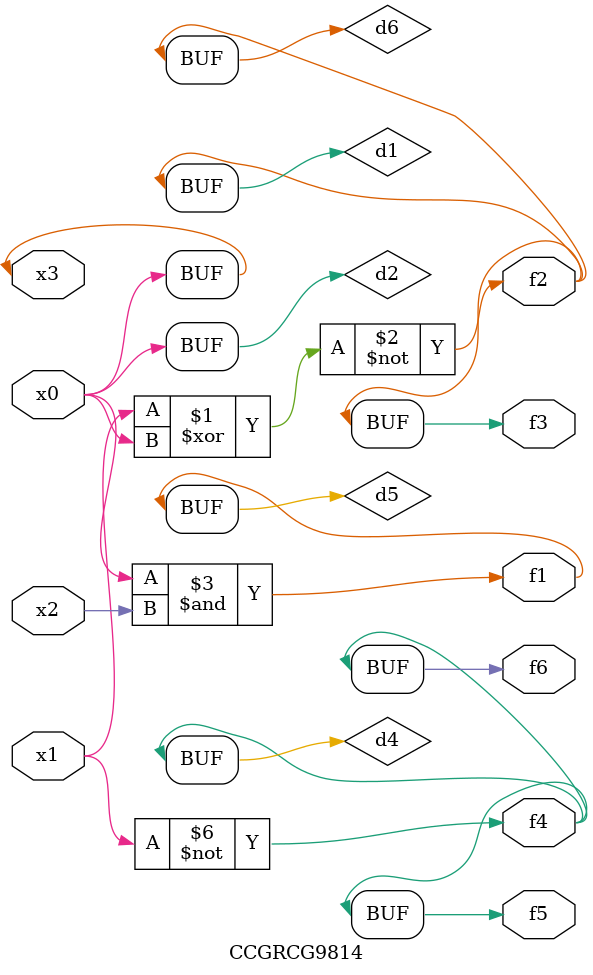
<source format=v>
module CCGRCG9814(
	input x0, x1, x2, x3,
	output f1, f2, f3, f4, f5, f6
);

	wire d1, d2, d3, d4, d5, d6;

	xnor (d1, x1, x3);
	buf (d2, x0, x3);
	nand (d3, x0, x2);
	not (d4, x1);
	nand (d5, d3);
	or (d6, d1);
	assign f1 = d5;
	assign f2 = d6;
	assign f3 = d6;
	assign f4 = d4;
	assign f5 = d4;
	assign f6 = d4;
endmodule

</source>
